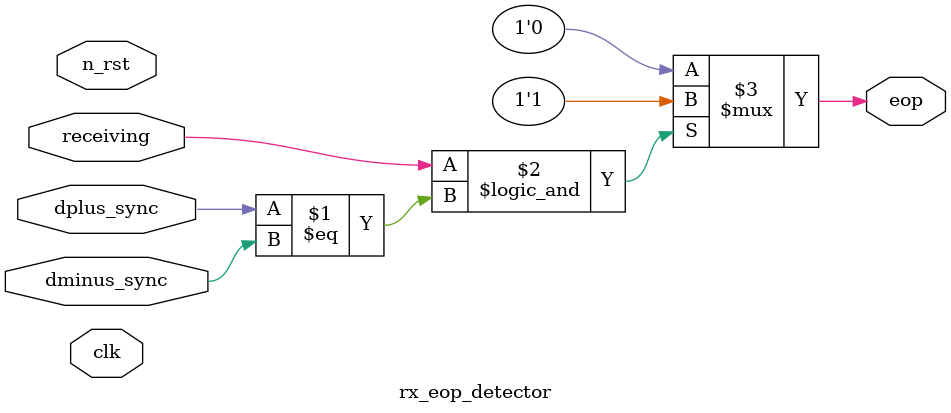
<source format=sv>


module rx_eop_detector(
    input wire clk, n_rst, dplus_sync, dminus_sync, receiving,
    output wire eop
);


assign eop = (receiving && (dplus_sync == dminus_sync)) ? 1'b1 : 1'b0;

endmodule
</source>
